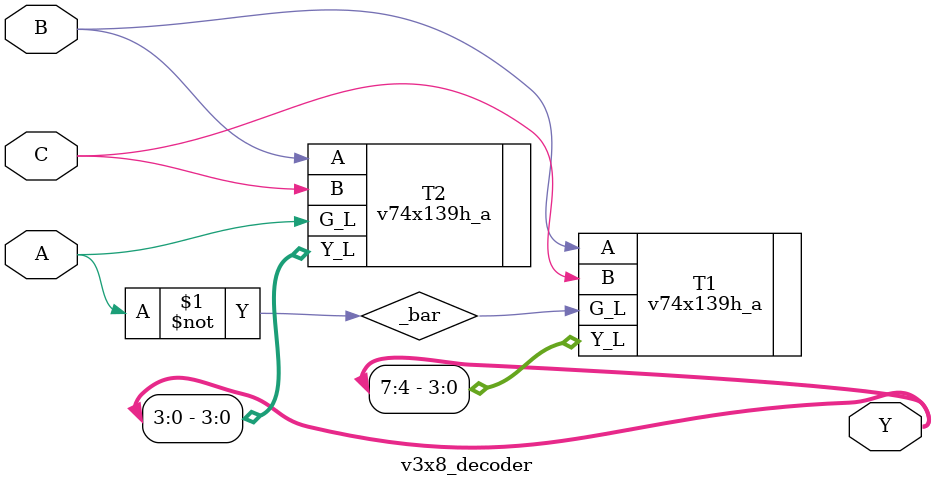
<source format=v>
`timescale 1ns / 1ps
module v3x8_decoder(
    input A,
    input B,
    input C,
    output [7:0] Y
    );
	wire _bar = ~A;
	
	v74x139h_a T1(.G_L(_bar), .A(B), .B(C), .Y_L(Y[7:4]));
	v74x139h_a T2(.G_L(A), .A(B), .B(C), .Y_L(Y[3:0]));

endmodule

</source>
